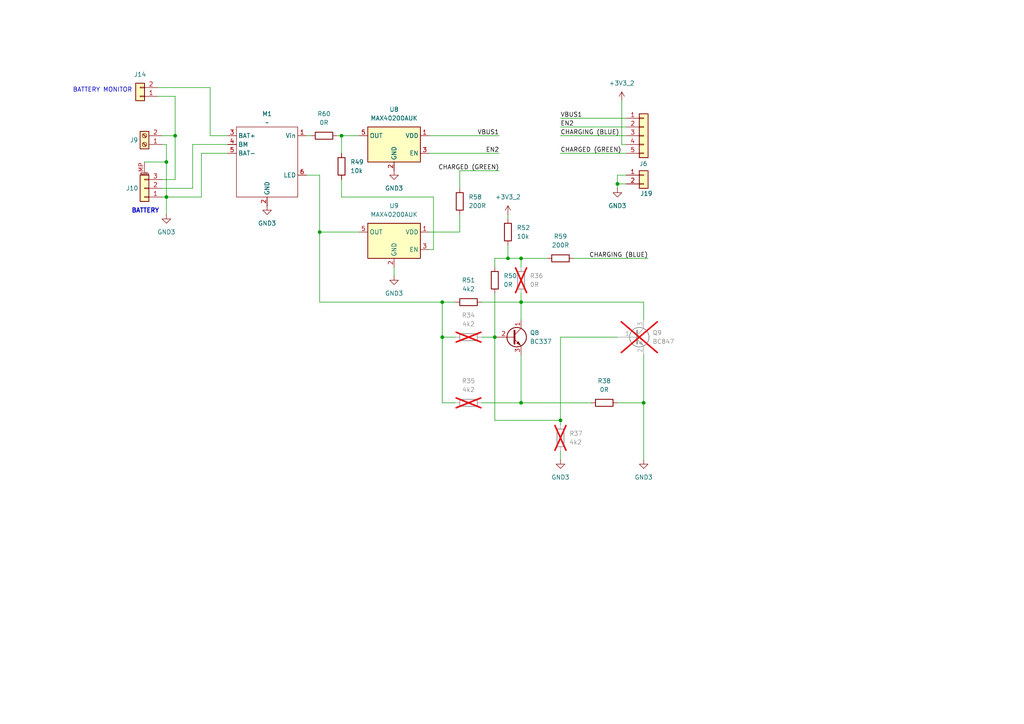
<source format=kicad_sch>
(kicad_sch (version 20241209) (generator "eeschema") (generator_version "9.0")
  (paper "A4")
  (lib_symbols
    (symbol "Analog_Switch:MAX40200AUK"
      (property "Reference" "U" (at -6.35 6.35 0))
      (property "Value" "MAX40200AUK" (at 7.62 6.35 0))
      (symbol "MAX40200AUK_1_1"
        (rectangle (start -7.62 -5.08) (end 7.62 5.08) (stroke (width 0.254)) (fill (type background)))
        (pin power_in line (at -10.16 2.54 0) (length 2.54) (name "VDD") (number "1"))
        (pin input line (at -10.16 -2.54 0) (length 2.54) (name "EN") (number "3"))
        (pin power_in line (at 0 -7.62 90) (length 2.54) (name "GND") (number "2"))
        (pin no_connect line (at 7.62 -2.54 180) (length 2.54) (hide yes) (name "NC") (number "4"))
        (pin passive line (at 10.16 2.54 180) (length 2.54) (name "OUT") (number "5"))
      )
    )
    (symbol "Connector:Screw_Terminal_01x02" (pin_names (offset 1.016) (hide yes))
      (property "Reference" "J" (at 0 2.54 0))
      (property "Value" "Screw_Terminal_01x02" (at 0 -5.08 0))
      (symbol "Screw_Terminal_01x02_1_1"
        (rectangle (start -1.27 1.27) (end 1.27 -3.81) (stroke (width 0.254)) (fill (type background)))
        (polyline (pts (xy -0.5334 0.3302) (xy 0.3302 -0.508)) (stroke (width 0.1524)))
        (polyline (pts (xy -0.5334 -2.2098) (xy 0.3302 -3.048)) (stroke (width 0.1524)))
        (polyline (pts (xy -0.3556 0.508) (xy 0.508 -0.3302)) (stroke (width 0.1524)))
        (polyline (pts (xy -0.3556 -2.032) (xy 0.508 -2.8702)) (stroke (width 0.1524)))
        (circle (center 0 0) (radius 0.635) (stroke (width 0.1524)))
        (circle (center 0 -2.54) (radius 0.635) (stroke (width 0.1524)))
        (pin passive line (at -5.08 0 0) (length 3.81) (name "Pin_1") (number "1"))
        (pin passive line (at -5.08 -2.54 0) (length 3.81) (name "Pin_2") (number "2"))
      )
    )
    (symbol "Connector_Generic:Conn_01x02" (pin_names (offset 1.016) (hide yes))
      (property "Reference" "J" (at 0 2.54 0))
      (property "Value" "Conn_01x02" (at 0 -5.08 0))
      (symbol "Conn_01x02_1_1"
        (rectangle (start -1.27 1.27) (end 1.27 -3.81) (stroke (width 0.254)) (fill (type background)))
        (rectangle (start -1.27 0.127) (end 0 -0.127) (stroke (width 0.1524)))
        (rectangle (start -1.27 -2.413) (end 0 -2.667) (stroke (width 0.1524)))
        (pin passive line (at -5.08 0 0) (length 3.81) (name "Pin_1") (number "1"))
        (pin passive line (at -5.08 -2.54 0) (length 3.81) (name "Pin_2") (number "2"))
      )
    )
    (symbol "Connector_Generic:Conn_01x05" (pin_names (offset 1.016) (hide yes))
      (property "Reference" "J" (at 0 7.62 0))
      (property "Value" "Conn_01x05" (at 0 -7.62 0))
      (symbol "Conn_01x05_1_1"
        (rectangle (start -1.27 6.35) (end 1.27 -6.35) (stroke (width 0.254)) (fill (type background)))
        (rectangle (start -1.27 5.207) (end 0 4.953) (stroke (width 0.1524)))
        (rectangle (start -1.27 2.667) (end 0 2.413) (stroke (width 0.1524)))
        (rectangle (start -1.27 0.127) (end 0 -0.127) (stroke (width 0.1524)))
        (rectangle (start -1.27 -2.413) (end 0 -2.667) (stroke (width 0.1524)))
        (rectangle (start -1.27 -4.953) (end 0 -5.207) (stroke (width 0.1524)))
        (pin passive line (at -5.08 5.08 0) (length 3.81) (name "Pin_1") (number "1"))
        (pin passive line (at -5.08 2.54 0) (length 3.81) (name "Pin_2") (number "2"))
        (pin passive line (at -5.08 0 0) (length 3.81) (name "Pin_3") (number "3"))
        (pin passive line (at -5.08 -2.54 0) (length 3.81) (name "Pin_4") (number "4"))
        (pin passive line (at -5.08 -5.08 0) (length 3.81) (name "Pin_5") (number "5"))
      )
    )
    (symbol "Connector_Generic_MountingPin:Conn_01x03_MountingPin" (pin_names (offset 1.016) (hide yes))
      (property "Reference" "J" (at 0 5.08 0))
      (property "Value" "Conn_01x03_MountingPin" (at 1.27 -5.08 0))
      (symbol "Conn_01x03_MountingPin_1_1"
        (rectangle (start -1.27 3.81) (end 1.27 -3.81) (stroke (width 0.254)) (fill (type background)))
        (rectangle (start -1.27 2.667) (end 0 2.413) (stroke (width 0.1524)))
        (rectangle (start -1.27 0.127) (end 0 -0.127) (stroke (width 0.1524)))
        (rectangle (start -1.27 -2.413) (end 0 -2.667) (stroke (width 0.1524)))
        (polyline (pts (xy -1.016 -4.572) (xy 1.016 -4.572)) (stroke (width 0.1524)))
        (text "Mounting" (at 0 -4.191 0) (effects (font (size 0.381 0.381))))
        (pin passive line (at -5.08 2.54 0) (length 3.81) (name "Pin_1") (number "1"))
        (pin passive line (at -5.08 0 0) (length 3.81) (name "Pin_2") (number "2"))
        (pin passive line (at -5.08 -2.54 0) (length 3.81) (name "Pin_3") (number "3"))
        (pin passive line (at 0 -7.62 90) (length 3.048) (name "MountPin") (number "MP"))
      )
    )
    (symbol "Device:R" (pin_numbers (hide yes)) (pin_names (offset 0))
      (property "Reference" "R" (at 2.032 0 90))
      (property "Value" "R" (at 0 0 90))
      (symbol "R_0_1"
        (rectangle (start -1.016 -2.54) (end 1.016 2.54) (stroke (width 0.254)))
      )
      (symbol "R_1_1"
        (pin passive line (at 0 3.81 270) (length 1.27) (name "~") (number "1"))
        (pin passive line (at 0 -3.81 90) (length 1.27) (name "~") (number "2"))
      )
    )
    (symbol "Transistor_BJT:BC337" (pin_names (offset 0) (hide yes))
      (property "Reference" "Q" (at 5.08 1.905 0))
      (property "Value" "BC337" (at 5.08 0 0))
      (symbol "BC337_0_1"
        (polyline (pts (xy 0 0) (xy 0.635 0)))
        (polyline (pts (xy 0.635 1.905) (xy 0.635 -1.905) (xy 0.635 -1.905)) (stroke (width 0.508)))
        (polyline (pts (xy 0.635 0.635) (xy 2.54 2.54)))
        (polyline (pts (xy 0.635 -0.635) (xy 2.54 -2.54) (xy 2.54 -2.54)))
        (circle (center 1.27 0) (radius 2.8194) (stroke (width 0.254)))
        (polyline (pts (xy 1.27 -1.778) (xy 1.778 -1.27) (xy 2.286 -2.286) (xy 1.27 -1.778) (xy 1.27 -1.778)) (fill (type outline)))
      )
      (symbol "BC337_1_1"
        (pin input line (at -5.08 0 0) (length 5.08) (name "B") (number "2"))
        (pin passive line (at 2.54 5.08 270) (length 2.54) (name "C") (number "1"))
        (pin passive line (at 2.54 -5.08 90) (length 2.54) (name "E") (number "3"))
      )
    )
    (symbol "Transistor_BJT:BC847" (pin_names (offset 0) (hide yes))
      (property "Reference" "Q" (at 5.08 1.905 0))
      (property "Value" "BC847" (at 5.08 0 0))
      (symbol "BC847_0_1"
        (polyline (pts (xy 0.635 1.905) (xy 0.635 -1.905) (xy 0.635 -1.905)) (stroke (width 0.508)))
        (polyline (pts (xy 0.635 0.635) (xy 2.54 2.54)))
        (polyline (pts (xy 0.635 -0.635) (xy 2.54 -2.54) (xy 2.54 -2.54)))
        (circle (center 1.27 0) (radius 2.8194) (stroke (width 0.254)))
        (polyline (pts (xy 1.27 -1.778) (xy 1.778 -1.27) (xy 2.286 -2.286) (xy 1.27 -1.778) (xy 1.27 -1.778)) (fill (type outline)))
      )
      (symbol "BC847_1_1"
        (pin input line (at -5.08 0 0) (length 5.715) (name "B") (number "1"))
        (pin passive line (at 2.54 5.08 270) (length 2.54) (name "C") (number "3"))
        (pin passive line (at 2.54 -5.08 90) (length 2.54) (name "E") (number "2"))
      )
    )
    (symbol "chinese_modules:USBC_charger"
      (property "Reference" "M" (at 0 0 0))
      (symbol "USBC_charger_0_1"
        (rectangle (start -8.89 10.16) (end 8.89 -10.16))
      )
      (symbol "USBC_charger_1_1"
        (pin power_in line (at -11.43 7.62 0) (length 2.54) (name "Vin") (number "1"))
        (pin output line (at -11.43 -3.81 0) (length 2.54) (name "LED") (number "6"))
        (pin no_connect line (at -11.43 -6.35 0) (length 2.54) (hide yes) (name "NC") (number "7"))
        (pin power_in line (at 0 -12.7 90) (length 2.54) (name "GND") (number "2"))
        (pin power_in line (at 11.43 7.62 180) (length 2.54) (name "BAT+") (number "3"))
        (pin power_in line (at 11.43 5.08 180) (length 2.54) (name "BM") (number "4"))
        (pin power_in line (at 11.43 2.54 180) (length 2.54) (name "BAT-") (number "5"))
      )
    )
    (symbol "power:+3V3" (power) (pin_numbers (hide yes)) (pin_names (offset 0) (hide yes))
      (property "Value" "+3V3" (at 0 3.556 0))
      (symbol "+3V3_0_1"
        (polyline (pts (xy -0.762 1.27) (xy 0 2.54)))
        (polyline (pts (xy 0 2.54) (xy 0.762 1.27)))
        (polyline (pts (xy 0 0) (xy 0 2.54)))
      )
      (symbol "+3V3_1_1"
        (pin power_in line (at 0 0 90) (length 0) (name "~") (number "1"))
      )
    )
    (symbol "power:GND" (power) (pin_numbers (hide yes)) (pin_names (offset 0) (hide yes))
      (property "Value" "GND" (at 0 -3.81 0))
      (symbol "GND_0_1"
        (polyline (pts (xy 0 0) (xy 0 -1.27) (xy 1.27 -1.27) (xy 0 -2.54) (xy -1.27 -1.27) (xy 0 -1.27)))
      )
      (symbol "GND_1_1"
        (pin power_in line (at 0 0 270) (length 0) (name "~") (number "1"))
      )
    )
  )
  (text "BATTERY" (at 42.164 61.214 0) (effects (font (size 1.27 1.27) (thickness 0.254) (bold yes))))
  (text "BATTERY MONITOR" (at 29.718 26.162 0) (effects (font (size 1.27 1.27))))
  (junction (at 162.56 121.92))
  (junction (at 92.71 67.31))
  (junction (at 179.07 53.34))
  (junction (at 50.8 39.37))
  (junction (at 151.13 87.63))
  (junction (at 151.13 116.84))
  (junction (at 128.27 97.79))
  (junction (at 48.26 57.15))
  (junction (at 128.27 87.63))
  (junction (at 48.26 46.99))
  (junction (at 186.69 116.84))
  (junction (at 147.32 74.93))
  (junction (at 99.06 39.37))
  (junction (at 143.51 97.79))
  (junction (at 151.13 74.93))
  (wire (pts (xy 151.13 116.84) (xy 171.45 116.84)))
  (wire (pts (xy 48.26 41.91) (xy 46.99 41.91)))
  (wire (pts (xy 147.32 62.23) (xy 147.32 63.5)))
  (wire (pts (xy 88.9 39.37) (xy 90.17 39.37)))
  (wire (pts (xy 128.27 116.84) (xy 128.27 97.79)))
  (wire (pts (xy 186.69 102.87) (xy 186.69 116.84)))
  (wire (pts (xy 186.69 116.84) (xy 186.69 133.35)))
  (wire (pts (xy 125.73 72.39) (xy 125.73 57.15)))
  (wire (pts (xy 50.8 27.94) (xy 50.8 39.37)))
  (wire (pts (xy 186.69 87.63) (xy 186.69 92.71)))
  (wire (pts (xy 166.37 74.93) (xy 187.96 74.93)))
  (wire (pts (xy 162.56 121.92) (xy 162.56 123.19)))
  (wire (pts (xy 180.34 41.91) (xy 181.61 41.91)))
  (wire (pts (xy 55.88 54.61) (xy 55.88 41.91)))
  (wire (pts (xy 162.56 39.37) (xy 181.61 39.37)))
  (wire (pts (xy 60.96 25.4) (xy 60.96 39.37)))
  (wire (pts (xy 124.46 39.37) (xy 144.78 39.37)))
  (wire (pts (xy 151.13 74.93) (xy 158.75 74.93)))
  (wire (pts (xy 50.8 39.37) (xy 46.99 39.37)))
  (wire (pts (xy 124.46 72.39) (xy 125.73 72.39)))
  (wire (pts (xy 97.79 39.37) (xy 99.06 39.37)))
  (wire (pts (xy 180.34 29.21) (xy 180.34 41.91)))
  (wire (pts (xy 151.13 74.93) (xy 151.13 77.47)))
  (wire (pts (xy 114.3 77.47) (xy 114.3 80.01)))
  (wire (pts (xy 179.07 54.61) (xy 179.07 53.34)))
  (wire (pts (xy 151.13 87.63) (xy 186.69 87.63)))
  (wire (pts (xy 92.71 50.8) (xy 92.71 67.31)))
  (wire (pts (xy 143.51 74.93) (xy 147.32 74.93)))
  (wire (pts (xy 179.07 53.34) (xy 179.07 50.8)))
  (wire (pts (xy 151.13 102.87) (xy 151.13 116.84)))
  (wire (pts (xy 162.56 44.45) (xy 181.61 44.45)))
  (wire (pts (xy 99.06 39.37) (xy 104.14 39.37)))
  (wire (pts (xy 99.06 52.07) (xy 99.06 57.15)))
  (wire (pts (xy 88.9 50.8) (xy 92.71 50.8)))
  (wire (pts (xy 92.71 67.31) (xy 92.71 87.63)))
  (wire (pts (xy 133.35 67.31) (xy 133.35 62.23)))
  (wire (pts (xy 139.7 97.79) (xy 143.51 97.79)))
  (wire (pts (xy 66.04 39.37) (xy 60.96 39.37)))
  (wire (pts (xy 41.91 46.99) (xy 48.26 46.99)))
  (wire (pts (xy 46.99 52.07) (xy 50.8 52.07)))
  (wire (pts (xy 162.56 97.79) (xy 162.56 121.92)))
  (wire (pts (xy 139.7 87.63) (xy 151.13 87.63)))
  (wire (pts (xy 133.35 49.53) (xy 144.78 49.53)))
  (wire (pts (xy 58.42 57.15) (xy 58.42 44.45)))
  (wire (pts (xy 45.72 25.4) (xy 60.96 25.4)))
  (wire (pts (xy 92.71 67.31) (xy 104.14 67.31)))
  (wire (pts (xy 48.26 46.99) (xy 48.26 57.15)))
  (wire (pts (xy 92.71 87.63) (xy 128.27 87.63)))
  (wire (pts (xy 132.08 116.84) (xy 128.27 116.84)))
  (wire (pts (xy 46.99 54.61) (xy 55.88 54.61)))
  (wire (pts (xy 50.8 52.07) (xy 50.8 39.37)))
  (wire (pts (xy 48.26 41.91) (xy 48.26 46.99)))
  (wire (pts (xy 58.42 44.45) (xy 66.04 44.45)))
  (wire (pts (xy 179.07 50.8) (xy 181.61 50.8)))
  (wire (pts (xy 162.56 130.81) (xy 162.56 133.35)))
  (wire (pts (xy 48.26 57.15) (xy 48.26 62.23)))
  (wire (pts (xy 55.88 41.91) (xy 66.04 41.91)))
  (wire (pts (xy 143.51 121.92) (xy 162.56 121.92)))
  (wire (pts (xy 162.56 36.83) (xy 181.61 36.83)))
  (wire (pts (xy 99.06 39.37) (xy 99.06 44.45)))
  (wire (pts (xy 45.72 27.94) (xy 50.8 27.94)))
  (wire (pts (xy 179.07 116.84) (xy 186.69 116.84)))
  (wire (pts (xy 125.73 57.15) (xy 99.06 57.15)))
  (wire (pts (xy 143.51 85.09) (xy 143.51 97.79)))
  (wire (pts (xy 48.26 57.15) (xy 46.99 57.15)))
  (wire (pts (xy 128.27 87.63) (xy 132.08 87.63)))
  (wire (pts (xy 139.7 116.84) (xy 151.13 116.84)))
  (wire (pts (xy 48.26 57.15) (xy 58.42 57.15)))
  (wire (pts (xy 151.13 87.63) (xy 151.13 92.71)))
  (wire (pts (xy 179.07 53.34) (xy 181.61 53.34)))
  (wire (pts (xy 147.32 74.93) (xy 151.13 74.93)))
  (wire (pts (xy 128.27 87.63) (xy 128.27 97.79)))
  (wire (pts (xy 133.35 54.61) (xy 133.35 49.53)))
  (wire (pts (xy 151.13 85.09) (xy 151.13 87.63)))
  (wire (pts (xy 124.46 44.45) (xy 144.78 44.45)))
  (wire (pts (xy 143.51 77.47) (xy 143.51 74.93)))
  (wire (pts (xy 147.32 71.12) (xy 147.32 74.93)))
  (wire (pts (xy 132.08 97.79) (xy 128.27 97.79)))
  (wire (pts (xy 162.56 34.29) (xy 181.61 34.29)))
  (wire (pts (xy 162.56 97.79) (xy 179.07 97.79)))
  (wire (pts (xy 143.51 97.79) (xy 143.51 121.92)))
  (wire (pts (xy 124.46 67.31) (xy 133.35 67.31)))
  (label "CHARGING (BLUE)" (at 187.96 74.93 180))
  (label "EN2" (at 144.78 44.45 180))
  (label "CHARGING (BLUE)" (at 162.56 39.37 0))
  (label "EN2" (at 162.56 36.83 0))
  (label "CHARGED (GREEN)" (at 144.78 49.53 180))
  (label "VBUS1" (at 162.56 34.29 0))
  (label "VBUS1" (at 144.78 39.37 180))
  (label "CHARGED (GREEN)" (at 162.56 44.45 0))
  (symbol (lib_id "Device:R") (at 143.51 81.28 0) (unit 1)
    (property "Reference" "R50" (at 146.05 80.0099 0) (effects (justify left)))
    (property "Value" "0R" (at 146.05 82.5499 0) (effects (justify left)))
    (property "Footprint" "Resistor_SMD:R_1206_3216Metric" (effects (hide yes)))
    (property "Description" "Resistor" (effects (hide yes)))
  )
  (symbol (lib_id "power:GND") (at 77.47 59.69 0) (unit 1)
    (property "Reference" "#PWR039" (effects (hide yes)))
    (property "Value" "GND3" (at 77.47 64.77 0))
    (property "Description" "Power symbol creates a global label with name \"GND\" , ground" (effects (hide yes)))
  )
  (symbol (lib_id "Connector_Generic:Conn_01x02") (at 186.69 50.8 0) (unit 1)
    (property "Reference" "J19" (at 185.674 56.134 0) (effects (justify left)))
    (property "Value" "Conn_01x02" (effects (hide yes)))
    (property "Footprint" "Connector_PinHeader_2.54mm:PinHeader_2x01_P2.54mm_Vertical_SMD" (effects (hide yes)))
    (property "Description" "Generic connector, single row, 01x02, script generated (kicad-library-utils/schlib/autogen/connector/)" (effects (hide yes)))
  )
  (symbol (lib_id "power:+3V3") (at 147.32 62.23 0) (unit 1)
    (property "Reference" "#PWR037" (effects (hide yes)))
    (property "Value" "+3V3_2" (at 147.32 57.15 0))
    (property "Description" "Power symbol creates a global label with name \"+3V3\"" (effects (hide yes)))
  )
  (symbol (lib_id "Connector_Generic_MountingPin:Conn_01x03_MountingPin") (at 41.91 54.61 180) (unit 1)
    (property "Reference" "J10" (at 40.132 54.61 0) (effects (justify left)))
    (property "Value" "Conn_01x03_MountingPin" (effects (hide yes)))
    (property "Footprint" "Connector_JST:JST_XH_S3B-XH-SM4-TB_1x03-1MP_P2.50mm_Horizontal" (effects (hide yes)))
    (property "Description" "Generic connectable mounting pin connector, single row, 01x03, script generated (kicad-library-utils/schlib/autogen/connector/)" (effects (hide yes)))
  )
  (symbol (lib_id "power:GND") (at 48.26 62.23 0) (unit 1)
    (property "Reference" "#PWR047" (effects (hide yes)))
    (property "Value" "GND3" (at 48.26 67.31 0))
    (property "Description" "Power symbol creates a global label with name \"GND\" , ground" (effects (hide yes)))
  )
  (symbol (lib_id "chinese_modules:USBC_charger") (at 77.47 46.99 0) (mirror y) (unit 1)
    (property "Reference" "M1" (at 77.47 33.02 0))
    (property "Value" "~" (at 77.47 35.56 0))
    (property "Footprint" "chinese_modules:USBC_charger" (effects (hide yes)))
  )
  (symbol (lib_id "Connector_Generic:Conn_01x02") (at 40.64 27.94 180) (unit 1)
    (property "Reference" "J14" (at 40.64 21.59 0))
    (property "Value" "Conn_01x02" (effects (hide yes)))
    (property "Footprint" "Connector_PinHeader_2.54mm:PinHeader_2x01_P2.54mm_Vertical_SMD" (effects (hide yes)))
    (property "Description" "Generic connector, single row, 01x02, script generated (kicad-library-utils/schlib/autogen/connector/)" (effects (hide yes)))
  )
  (symbol (lib_id "power:GND") (at 162.56 133.35 0) (unit 1)
    (property "Reference" "#PWR036" (effects (hide yes)))
    (property "Value" "GND3" (at 162.56 138.43 0))
    (property "Description" "Power symbol creates a global label with name \"GND\" , ground" (effects (hide yes)))
  )
  (symbol (lib_id "Device:R") (at 135.89 97.79 90) (unit 1) (dnp yes)
    (property "Reference" "R34" (at 135.89 91.44 90))
    (property "Value" "4k2" (at 135.89 93.98 90))
    (property "Footprint" "Resistor_SMD:R_0805_2012Metric_Pad1.20x1.40mm_HandSolder" (effects (hide yes)))
    (property "Description" "Resistor" (effects (hide yes)))
  )
  (symbol (lib_id "power:GND") (at 179.07 54.61 0) (unit 1)
    (property "Reference" "#PWR052" (effects (hide yes)))
    (property "Value" "GND3" (at 179.07 59.69 0))
    (property "Description" "Power symbol creates a global label with name \"GND\" , ground" (effects (hide yes)))
  )
  (symbol (lib_id "Device:R") (at 93.98 39.37 90) (unit 1)
    (property "Reference" "R60" (at 93.98 33.02 90))
    (property "Value" "0R" (at 93.98 35.56 90))
    (property "Footprint" "Resistor_SMD:R_1206_3216Metric" (effects (hide yes)))
    (property "Description" "Resistor" (effects (hide yes)))
  )
  (symbol (lib_id "Analog_Switch:MAX40200AUK") (at 114.3 41.91 0) (mirror y) (unit 1)
    (property "Reference" "U8" (at 114.3 31.75 0))
    (property "Value" "MAX40200AUK" (at 114.3 34.29 0))
    (property "Footprint" "Package_TO_SOT_SMD:SOT-23-5" (effects (hide yes)))
    (property "Datasheet" "https://datasheets.maximintegrated.com/en/ds/MAX40200.pdf" (effects (hide yes)))
    (property "Description" "Ideal Diode, Ultra-Low Voltage Drop, 1.5-5.5V, 1A, SOT-23-5" (effects (hide yes)))
  )
  (symbol (lib_id "power:+3V3") (at 180.34 29.21 0) (unit 1)
    (property "Reference" "#PWR051" (effects (hide yes)))
    (property "Value" "+3V3_2" (at 180.34 24.13 0))
    (property "Description" "Power symbol creates a global label with name \"+3V3\"" (effects (hide yes)))
  )
  (symbol (lib_id "Device:R") (at 135.89 87.63 90) (unit 1)
    (property "Reference" "R51" (at 135.89 81.28 90))
    (property "Value" "4k2" (at 135.89 83.82 90))
    (property "Footprint" "Resistor_SMD:R_0805_2012Metric_Pad1.20x1.40mm_HandSolder" (effects (hide yes)))
    (property "Description" "Resistor" (effects (hide yes)))
  )
  (symbol (lib_id "Transistor_BJT:BC337") (at 148.59 97.79 0) (unit 1)
    (property "Reference" "Q8" (at 153.67 96.5199 0) (effects (justify left)))
    (property "Value" "BC337" (at 153.67 99.0599 0) (effects (justify left)))
    (property "Footprint" "Package_TO_SOT_THT:TO-92_Inline" (effects (hide yes)))
    (property "Datasheet" "https://diotec.com/tl_files/diotec/files/pdf/datasheets/bc337.pdf" (effects (hide yes)))
    (property "Description" "0.8A Ic, 45V Vce, NPN Transistor, TO-92" (effects (hide yes)))
  )
  (symbol (lib_id "Device:R") (at 147.32 67.31 0) (unit 1)
    (property "Reference" "R52" (at 149.86 66.0399 0) (effects (justify left)))
    (property "Value" "10k" (at 149.86 68.5799 0) (effects (justify left)))
    (property "Footprint" "Resistor_SMD:R_0805_2012Metric_Pad1.20x1.40mm_HandSolder" (effects (hide yes)))
    (property "Description" "Resistor" (effects (hide yes)))
  )
  (symbol (lib_id "Connector_Generic:Conn_01x05") (at 186.69 39.37 0) (unit 1)
    (property "Reference" "J6" (at 185.42 47.498 0) (effects (justify left)))
    (property "Value" "Conn_01x05" (effects (hide yes)))
    (property "Footprint" "Connector_PinHeader_2.54mm:PinHeader_1x05_P2.54mm_Vertical_SMD_Pin1Left" (effects (hide yes)))
    (property "Description" "Generic connector, single row, 01x05, script generated (kicad-library-utils/schlib/autogen/connector/)" (effects (hide yes)))
  )
  (symbol (lib_id "Device:R") (at 151.13 81.28 0) (unit 1) (dnp yes)
    (property "Reference" "R36" (at 153.67 80.0099 0) (effects (justify left)))
    (property "Value" "0R" (at 153.67 82.5499 0) (effects (justify left)))
    (property "Footprint" "Resistor_SMD:R_1206_3216Metric" (effects (hide yes)))
    (property "Description" "Resistor" (effects (hide yes)))
  )
  (symbol (lib_id "Device:R") (at 162.56 127 180) (unit 1) (dnp yes)
    (property "Reference" "R37" (at 165.1 125.7299 0) (effects (justify right)))
    (property "Value" "4k2" (at 165.1 128.2699 0) (effects (justify right)))
    (property "Footprint" "Resistor_SMD:R_0805_2012Metric_Pad1.20x1.40mm_HandSolder" (effects (hide yes)))
    (property "Description" "Resistor" (effects (hide yes)))
  )
  (symbol (lib_id "Transistor_BJT:BC847") (at 184.15 97.79 0) (unit 1) (dnp yes)
    (property "Reference" "Q9" (at 189.23 96.5199 0) (effects (justify left)))
    (property "Value" "BC847" (at 189.23 99.0599 0) (effects (justify left)))
    (property "Footprint" "Package_TO_SOT_SMD:SOT-23" (effects (hide yes)))
    (property "Datasheet" "http://www.infineon.com/dgdl/Infineon-BC847SERIES_BC848SERIES_BC849SERIES_BC850SERIES-DS-v01_01-en.pdf?fileId=db3a304314dca389011541d4630a1657" (effects (hide yes)))
    (property "Description" "0.1A Ic, 45V Vce, NPN Transistor, SOT-23" (effects (hide yes)))
  )
  (symbol (lib_id "Device:R") (at 133.35 58.42 0) (unit 1)
    (property "Reference" "R58" (at 135.89 57.1499 0) (effects (justify left)))
    (property "Value" "200R" (at 135.89 59.6899 0) (effects (justify left)))
    (property "Footprint" "Resistor_SMD:R_0805_2012Metric_Pad1.20x1.40mm_HandSolder" (effects (hide yes)))
    (property "Description" "Resistor" (effects (hide yes)))
  )
  (symbol (lib_id "Device:R") (at 135.89 116.84 90) (unit 1) (dnp yes)
    (property "Reference" "R35" (at 135.89 110.49 90))
    (property "Value" "4k2" (at 135.89 113.03 90))
    (property "Footprint" "Resistor_SMD:R_0805_2012Metric_Pad1.20x1.40mm_HandSolder" (effects (hide yes)))
    (property "Description" "Resistor" (effects (hide yes)))
  )
  (symbol (lib_id "Connector:Screw_Terminal_01x02") (at 41.91 41.91 180) (unit 1)
    (property "Reference" "J9" (at 38.862 40.64 0))
    (property "Value" "Screw_Terminal_01x02" (effects (hide yes)))
    (property "Footprint" "TerminalBlock_Phoenix:TerminalBlock_Phoenix_MKDS-1,5-2_1x02_P5.00mm_Horizontal" (effects (hide yes)))
    (property "Description" "Generic screw terminal, single row, 01x02, script generated (kicad-library-utils/schlib/autogen/connector/)" (effects (hide yes)))
  )
  (symbol (lib_id "Device:R") (at 162.56 74.93 90) (unit 1)
    (property "Reference" "R59" (at 162.56 68.58 90))
    (property "Value" "200R" (at 162.56 71.12 90))
    (property "Footprint" "Resistor_SMD:R_0805_2012Metric_Pad1.20x1.40mm_HandSolder" (effects (hide yes)))
    (property "Description" "Resistor" (effects (hide yes)))
  )
  (symbol (lib_id "Analog_Switch:MAX40200AUK") (at 114.3 69.85 0) (mirror y) (unit 1)
    (property "Reference" "U9" (at 114.3 59.69 0))
    (property "Value" "MAX40200AUK" (at 114.3 62.23 0))
    (property "Footprint" "Package_TO_SOT_SMD:SOT-23-5" (effects (hide yes)))
    (property "Datasheet" "https://datasheets.maximintegrated.com/en/ds/MAX40200.pdf" (effects (hide yes)))
    (property "Description" "Ideal Diode, Ultra-Low Voltage Drop, 1.5-5.5V, 1A, SOT-23-5" (effects (hide yes)))
  )
  (symbol (lib_id "power:GND") (at 114.3 49.53 0) (unit 1)
    (property "Reference" "#PWR048" (effects (hide yes)))
    (property "Value" "GND3" (at 114.3 54.61 0))
    (property "Description" "Power symbol creates a global label with name \"GND\" , ground" (effects (hide yes)))
  )
  (symbol (lib_id "power:GND") (at 114.3 80.01 0) (unit 1)
    (property "Reference" "#PWR049" (effects (hide yes)))
    (property "Value" "GND3" (at 114.3 85.09 0))
    (property "Description" "Power symbol creates a global label with name \"GND\" , ground" (effects (hide yes)))
  )
  (symbol (lib_id "Device:R") (at 99.06 48.26 0) (unit 1)
    (property "Reference" "R49" (at 101.6 46.9899 0) (effects (justify left)))
    (property "Value" "10k" (at 101.6 49.5299 0) (effects (justify left)))
    (property "Footprint" "Resistor_SMD:R_0805_2012Metric_Pad1.20x1.40mm_HandSolder" (effects (hide yes)))
    (property "Description" "Resistor" (effects (hide yes)))
  )
  (symbol (lib_id "power:GND") (at 186.69 133.35 0) (unit 1)
    (property "Reference" "#PWR038" (effects (hide yes)))
    (property "Value" "GND3" (at 186.69 138.43 0))
    (property "Description" "Power symbol creates a global label with name \"GND\" , ground" (effects (hide yes)))
  )
  (symbol (lib_id "Device:R") (at 175.26 116.84 270) (unit 1)
    (property "Reference" "R38" (at 175.26 110.49 90))
    (property "Value" "0R" (at 175.26 113.03 90))
    (property "Footprint" "Resistor_SMD:R_0805_2012Metric_Pad1.20x1.40mm_HandSolder" (effects (hide yes)))
    (property "Description" "Resistor" (effects (hide yes)))
  )
)
</source>
